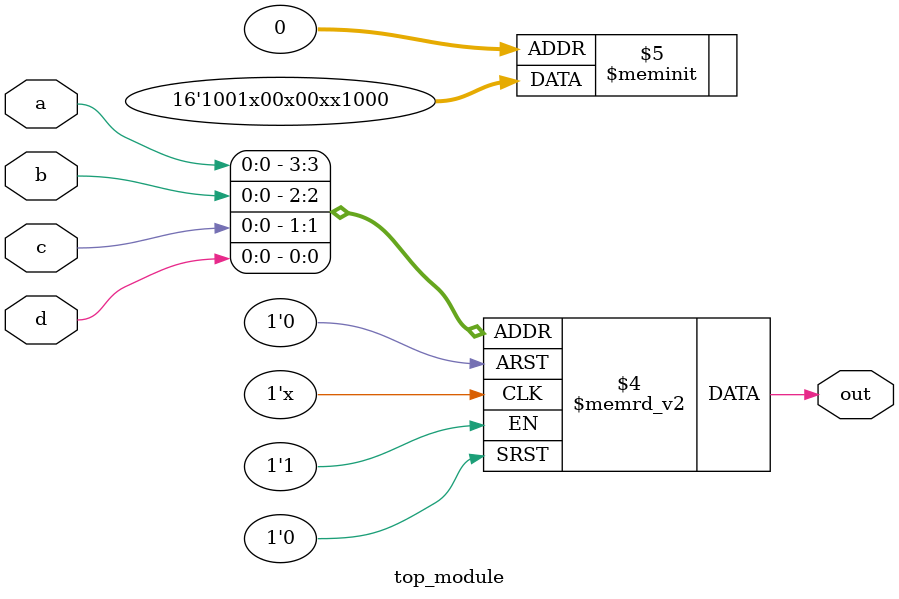
<source format=sv>
module top_module (
	input a, 
	input b,
	input c,
	input d,
	output reg out
);

always @* begin
    case({a, b, c, d})
        4'b0000, 4'b0001, 4'b0000, 4'b0110, 4'b1110, 4'b1101: out = 1'b0;
        4'b0011, 4'b0110, 4'b1100, 4'b1101, 4'b1111: out = 1'b1;
        4'b0100, 4'b0101, 4'b1000, 4'b1011: out = 1'bx;
        default: out = 1'b0;
    endcase
end

endmodule

</source>
